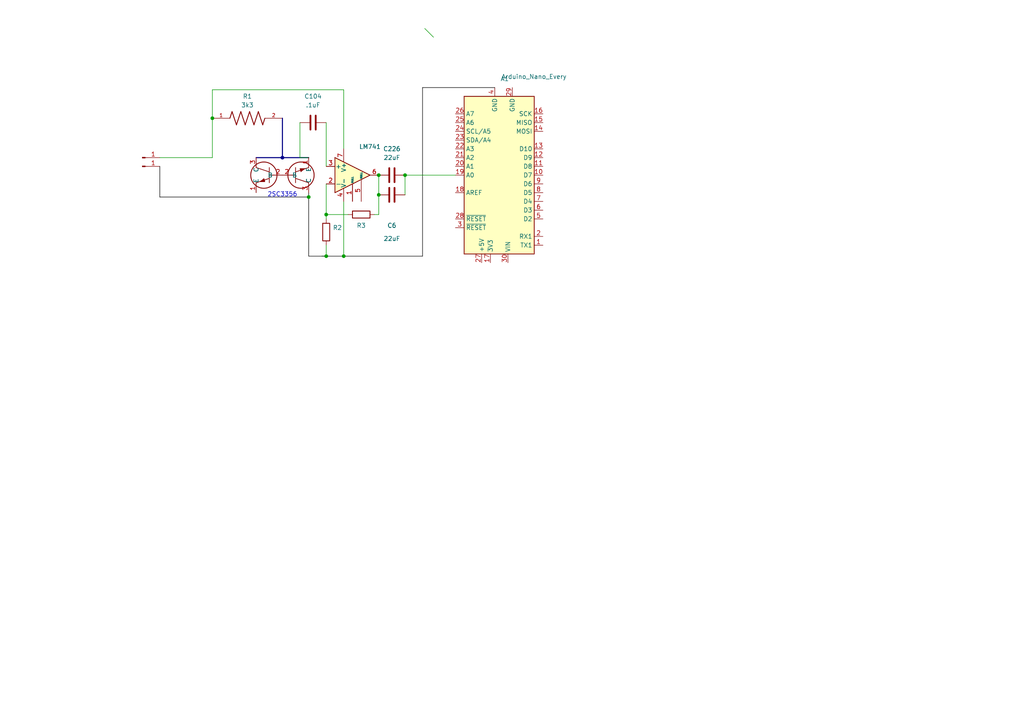
<source format=kicad_sch>
(kicad_sch (version 20231120) (generator "eeschema") (generator_version "8.0")
  (paper "A4")
  (lib_symbols
    (symbol "2024-08-01_13-32-15:2SC3356" (pin_names (offset 0.254))
      (property "Reference" "Q" (at 10.16 2.54 0))
      (property "Value" "2SC3356" (at 10.16 -2.54 0))
      (symbol "2SC3356_0_1"
        (polyline (pts (xy 2.54 0) (xy 3.81 0)) (stroke (width 0.2032)))
        (polyline (pts (xy 3.81 -2.2098) (xy 3.81 2.2098)) (stroke (width 0.2032)))
        (polyline (pts (xy 3.81 -0.9398) (xy 7.62 -2.2098)) (stroke (width 0.2032)))
        (polyline (pts (xy 3.81 0.9398) (xy 7.62 2.2098)) (stroke (width 0.2032)))
        (polyline (pts (xy 7.62 -2.54) (xy 7.62 -2.2098)) (stroke (width 0.2032)))
        (polyline (pts (xy 7.62 2.2098) (xy 7.62 2.54)) (stroke (width 0.2032)))
        (polyline (pts (xy 5.3848 -0.9398) (xy 5.08 -1.905) (xy 6.6548 -1.905)) (fill (type outline)))
        (circle (center 5.3848 0) (radius 3.81) (stroke (width 0.254)))
        (pin unspecified line (at 7.62 -5.08 90) (length 2.54) (name "E") (number "1"))
        (pin unspecified line (at 0 0 0) (length 2.54) (name "B") (number "2"))
        (pin unspecified line (at 7.62 5.08 270) (length 2.54) (name "C") (number "3"))
      )
    )
    (symbol "Amplifier_Operational:LM741" (pin_names (offset 0.127))
      (property "Reference" "U" (at 0 6.35 0))
      (property "Value" "LM741" (at 0 3.81 0))
      (symbol "LM741_0_1"
        (polyline (pts (xy -5.08 5.08) (xy 5.08 0) (xy -5.08 -5.08) (xy -5.08 5.08)) (stroke (width 0.254)) (fill (type background)))
      )
      (symbol "LM741_1_1"
        (pin input line (at 0 -7.62 90) (length 5.08) (name "NULL") (number "1"))
        (pin input line (at -7.62 -2.54 0) (length 2.54) (name "-") (number "2"))
        (pin input line (at -7.62 2.54 0) (length 2.54) (name "+") (number "3"))
        (pin power_in line (at -2.54 -7.62 90) (length 3.81) (name "V-") (number "4"))
        (pin input line (at 2.54 -7.62 90) (length 6.35) (name "NULL") (number "5"))
        (pin output line (at 7.62 0 180) (length 2.54) (name "~") (number "6"))
        (pin power_in line (at -2.54 7.62 270) (length 3.81) (name "V+") (number "7"))
        (pin no_connect line (at 0 2.54 270) (length 2.54) hide (name "NC") (number "8"))
      )
    )
    (symbol "Connector:Conn_01x01_Pin" (pin_names (offset 1.016) hide)
      (property "Reference" "J" (at 0 2.54 0))
      (property "Value" "Conn_01x01_Pin" (at 0 -2.54 0))
      (symbol "Conn_01x01_Pin_1_1"
        (polyline (pts (xy 1.27 0) (xy 0.8636 0)) (stroke (width 0.1524)))
        (rectangle (start 0.8636 0.127) (end 0 -0.127) (stroke (width 0.1524)) (fill (type outline)))
        (pin passive line (at 5.08 0 180) (length 3.81) (name "Pin_1") (number "1"))
      )
    )
    (symbol "Device:C" (pin_numbers hide) (pin_names (offset 0.254))
      (property "Reference" "C" (at 0.635 2.54 0))
      (property "Value" "C" (at 0.635 -2.54 0))
      (symbol "C_0_1"
        (polyline (pts (xy -2.032 -0.762) (xy 2.032 -0.762)) (stroke (width 0.508)))
        (polyline (pts (xy -2.032 0.762) (xy 2.032 0.762)) (stroke (width 0.508)))
      )
      (symbol "C_1_1"
        (pin passive line (at 0 3.81 270) (length 2.794) (name "~") (number "1"))
        (pin passive line (at 0 -3.81 90) (length 2.794) (name "~") (number "2"))
      )
    )
    (symbol "Device:R" (pin_numbers hide) (pin_names (offset 0))
      (property "Reference" "R" (at 2.032 0 90))
      (property "Value" "R" (at 0 0 90))
      (symbol "R_0_1"
        (rectangle (start -1.016 -2.54) (end 1.016 2.54) (stroke (width 0.254)))
      )
      (symbol "R_1_1"
        (pin passive line (at 0 3.81 270) (length 1.27) (name "~") (number "1"))
        (pin passive line (at 0 -3.81 90) (length 1.27) (name "~") (number "2"))
      )
    )
    (symbol "MCU_Module:Arduino_Nano_Every"
      (property "Reference" "A1" (at -0.3459 -27.94 0))
      (property "Value" "Arduino_Nano_Every" (at -0.3459 -25.4 0))
      (symbol "Arduino_Nano_Every_0_1"
        (rectangle (start -10.16 22.86) (end 10.16 -22.86) (stroke (width 0.254)) (fill (type background)))
      )
      (symbol "Arduino_Nano_Every_1_1"
        (pin bidirectional line (at -12.7 20.32 0) (length 2.54) (name "TX1") (number "1"))
        (pin bidirectional line (at -12.7 0 0) (length 2.54) (name "D7") (number "10"))
        (pin bidirectional line (at -12.7 -2.54 0) (length 2.54) (name "D8") (number "11"))
        (pin bidirectional line (at -12.7 -5.08 0) (length 2.54) (name "D9") (number "12"))
        (pin bidirectional line (at -12.7 -7.62 0) (length 2.54) (name "D10") (number "13"))
        (pin bidirectional line (at -12.7 -12.7 0) (length 2.54) (name "MOSI") (number "14"))
        (pin bidirectional line (at -12.7 -15.24 0) (length 2.54) (name "MISO") (number "15"))
        (pin bidirectional line (at -12.7 -17.78 0) (length 2.54) (name "SCK") (number "16"))
        (pin power_out line (at 2.54 25.4 270) (length 2.54) (name "3V3") (number "17"))
        (pin input line (at 12.7 5.08 180) (length 2.54) (name "AREF") (number "18"))
        (pin bidirectional line (at 12.7 0 180) (length 2.54) (name "A0") (number "19"))
        (pin bidirectional line (at -12.7 17.78 0) (length 2.54) (name "RX1") (number "2"))
        (pin bidirectional line (at 12.7 -2.54 180) (length 2.54) (name "A1") (number "20"))
        (pin bidirectional line (at 12.7 -5.08 180) (length 2.54) (name "A2") (number "21"))
        (pin bidirectional line (at 12.7 -7.62 180) (length 2.54) (name "A3") (number "22"))
        (pin bidirectional line (at 12.7 -10.16 180) (length 2.54) (name "SDA/A4") (number "23"))
        (pin bidirectional line (at 12.7 -12.7 180) (length 2.54) (name "SCL/A5") (number "24"))
        (pin bidirectional line (at 12.7 -15.24 180) (length 2.54) (name "A6") (number "25"))
        (pin bidirectional line (at 12.7 -17.78 180) (length 2.54) (name "A7") (number "26"))
        (pin power_out line (at 5.08 25.4 270) (length 2.54) (name "+5V") (number "27"))
        (pin input line (at 12.7 12.7 180) (length 2.54) (name "~{RESET}") (number "28"))
        (pin passive line (at -3.81 -25.4 90) (length 2.54) (name "GND") (number "29"))
        (pin input line (at 12.7 15.24 180) (length 2.54) (name "~{RESET}") (number "3"))
        (pin power_in line (at -2.54 25.4 270) (length 2.54) (name "VIN") (number "30"))
        (pin power_in line (at 1.27 -25.4 90) (length 2.54) (name "GND") (number "4"))
        (pin bidirectional line (at -12.7 12.7 0) (length 2.54) (name "D2") (number "5"))
        (pin bidirectional line (at -12.7 10.16 0) (length 2.54) (name "D3") (number "6"))
        (pin bidirectional line (at -12.7 7.62 0) (length 2.54) (name "D4") (number "7"))
        (pin bidirectional line (at -12.7 5.08 0) (length 2.54) (name "D5") (number "8"))
        (pin bidirectional line (at -12.7 2.54 0) (length 2.54) (name "D6") (number "9"))
      )
    )
    (symbol "RC1206JR-0713RL:RC1206JR-0713RL" (pin_names (offset 1.016))
      (property "Reference" "R" (at -7.6244 2.5415 0))
      (property "Value" "RC1206JR-0713RL" (at -7.63 -5.0866 0))
      (symbol "RC1206JR-0713RL_0_0"
        (polyline (pts (xy -5.08 0) (xy -4.445 1.905)) (stroke (width 0.254)))
        (polyline (pts (xy -4.445 1.905) (xy -3.175 -1.905)) (stroke (width 0.254)))
        (polyline (pts (xy -3.175 -1.905) (xy -1.905 1.905)) (stroke (width 0.254)))
        (polyline (pts (xy -1.905 1.905) (xy -0.635 -1.905)) (stroke (width 0.254)))
        (polyline (pts (xy -0.635 -1.905) (xy 0.635 1.905)) (stroke (width 0.254)))
        (polyline (pts (xy 0.635 1.905) (xy 1.905 -1.905)) (stroke (width 0.254)))
        (polyline (pts (xy 1.905 -1.905) (xy 3.175 1.905)) (stroke (width 0.254)))
        (polyline (pts (xy 3.175 1.905) (xy 4.445 -1.905)) (stroke (width 0.254)))
        (polyline (pts (xy 4.445 -1.905) (xy 5.08 0)) (stroke (width 0.254)))
        (pin passive line (at -10.16 0 0) (length 5.08) (name "~") (number "1"))
        (pin passive line (at 10.16 0 180) (length 5.08) (name "~") (number "2"))
      )
    )
  )
  (junction (at 94.615 62.23))
  (junction (at 109.855 56.515))
  (junction (at 61.595 34.29))
  (junction (at 89.535 57.15))
  (junction (at 109.855 50.8))
  (junction (at 99.695 74.295))
  (junction (at 94.615 74.295))
  (junction (at 117.475 50.8))
  (junction (at 81.915 45.72))
  (bus_entry (at 123.19 8.255) (size 2.54 2.54))
  (wire (pts (xy 86.995 35.56) (xy 86.995 45.72)))
  (wire (pts (xy 122.555 25.4) (xy 122.555 74.295)) (stroke (width 0) (color 0 0 0 1)))
  (wire (pts (xy 94.615 35.56) (xy 94.615 48.26)))
  (wire (pts (xy 94.615 62.23) (xy 94.615 63.5)))
  (wire (pts (xy 122.555 25.4) (xy 143.51 25.4)) (stroke (width 0) (color 0 0 0 1)))
  (wire (pts (xy 61.595 45.72) (xy 61.595 34.29)))
  (wire (pts (xy 94.615 71.12) (xy 94.615 74.295)))
  (wire (pts (xy 89.535 55.88) (xy 89.535 57.15)) (stroke (width 0) (color 0 0 0 1)))
  (wire (pts (xy 94.615 53.34) (xy 94.615 62.23)))
  (wire (pts (xy 109.855 50.8) (xy 109.855 56.515)))
  (wire (pts (xy 89.535 57.15) (xy 89.535 74.295)) (stroke (width 0) (color 0 0 0 1)))
  (wire (pts (xy 61.595 26.035) (xy 61.595 34.29)))
  (bus (pts (xy 81.915 45.72) (xy 89.535 45.72)))
  (wire (pts (xy 89.535 57.15) (xy 46.355 57.15)) (stroke (width 0) (color 0 0 0 1)))
  (wire (pts (xy 94.615 74.295) (xy 99.695 74.295)) (stroke (width 0) (color 0 0 0 1)))
  (wire (pts (xy 86.995 45.72) (xy 89.535 45.72)))
  (wire (pts (xy 94.615 74.295) (xy 93.345 74.295)))
  (bus (pts (xy 74.295 45.72) (xy 81.915 45.72)))
  (wire (pts (xy 109.855 62.23) (xy 108.585 62.23)))
  (bus (pts (xy 81.915 45.72) (xy 81.915 34.29)))
  (wire (pts (xy 99.695 74.295) (xy 122.555 74.295)) (stroke (width 0) (color 0 0 0 1)))
  (wire (pts (xy 99.695 58.42) (xy 99.695 74.295)))
  (wire (pts (xy 100.965 62.23) (xy 94.615 62.23)))
  (wire (pts (xy 46.355 45.72) (xy 61.595 45.72)))
  (wire (pts (xy 109.855 56.515) (xy 109.855 62.23)))
  (wire (pts (xy 117.475 50.8) (xy 117.475 56.515)))
  (wire (pts (xy 89.535 74.295) (xy 94.615 74.295)) (stroke (width 0) (color 0 0 0 1)))
  (wire (pts (xy 46.355 57.15) (xy 46.355 48.26)) (stroke (width 0) (color 0 0 0 1)))
  (wire (pts (xy 99.695 26.035) (xy 61.595 26.035)))
  (wire (pts (xy 99.695 43.18) (xy 99.695 26.035)))
  (wire (pts (xy 132.08 50.8) (xy 117.475 50.8)))
  (text "2SC3356" (at 81.915 56.515 0) (effects (font (size 1.27 1.27))))
  (symbol (lib_id "Device:C") (at 90.805 35.56 90) (unit 1)
    (property "Reference" "C104" (at 90.805 27.94 90))
    (property "Value" ".1uF" (at 90.805 30.48 90))
    (property "Footprint" "Capacitor_SMD:C_0504_1310Metric_Pad0.83x1.28mm_HandSolder" (effects (hide yes)))
    (property "Description" "Unpolarized capacitor" (effects (hide yes)))
  )
  (symbol (lib_id "Amplifier_Operational:LM741") (at 102.235 50.8 0) (unit 1)
    (property "Reference" "U2" (effects (hide yes)))
    (property "Value" "LM741" (at 107.315 42.545 0))
    (property "Footprint" "LM386:LM386_custom" (effects (hide yes)))
    (property "Datasheet" "http://www.ti.com/lit/ds/symlink/lm741.pdf" (effects (hide yes)))
    (property "Description" "Operational Amplifier, DIP-8/TO-99-8" (effects (hide yes)))
  )
  (symbol (lib_id "Device:R") (at 104.775 62.23 90) (unit 1)
    (property "Reference" "R3" (at 104.775 65.405 90))
    (property "Value" "R" (effects (hide yes)))
    (property "Footprint" "1206:RESC3116X65N" (effects (hide yes)))
    (property "Description" "Resistor" (effects (hide yes)))
  )
  (symbol (lib_id "Device:C") (at 113.665 50.8 90) (unit 1)
    (property "Reference" "C226" (at 113.665 43.18 90))
    (property "Value" "22uF" (at 113.665 45.72 90))
    (property "Footprint" "Capacitor_SMD:C_0504_1310Metric_Pad0.83x1.28mm_HandSolder" (effects (hide yes)))
    (property "Description" "Unpolarized capacitor" (effects (hide yes)))
  )
  (symbol (lib_id "Connector:Conn_01x01_Pin") (at 41.275 48.26 0) (unit 1)
    (property "Reference" "J3" (effects (hide yes)))
    (property "Value" "Conn_01x01_Pin" (effects (hide yes)))
    (property "Footprint" "Connector_PinHeader_2.54mm:PinHeader_1x01_P2.54mm_Vertical" (effects (hide yes)))
    (property "Description" "Generic connector, single row, 01x01, script generated" (effects (hide yes)))
  )
  (symbol (lib_id "RC1206JR-0713RL:RC1206JR-0713RL") (at 71.755 34.29 0) (unit 1)
    (property "Reference" "R1" (at 71.755 27.94 0))
    (property "Value" "3k3" (at 71.755 30.48 0))
    (property "Footprint" "1206:RESC3116X65N" (effects (hide yes)))
    (property "MF" "Yageo" (effects (hide yes)))
    (property "Description_1" "\n13 Ohms ±5% 0.25W, 1/4W Chip Resistor 1206 (3216 Metric) Moisture Resistant Thick Film\n" (effects (hide yes)))
    (property "Package" "3116 Yageo" (effects (hide yes)))
    (property "Price" "None" (effects (hide yes)))
    (property "SnapEDA_Link" "https://www.snapeda.com/parts/RC1206JR-0713RL/Yageo/view-part/?ref=snap" (effects (hide yes)))
    (property "MP" "RC1206JR-0713RL" (effects (hide yes)))
    (property "Purchase-URL" "https://www.snapeda.com/api/url_track_click_mouser/?unipart_id=105893&manufacturer=Yageo&part_name=RC1206JR-0713RL&search_term=None" (effects (hide yes)))
    (property "Availability" "In Stock" (effects (hide yes)))
    (property "Check_prices" "https://www.snapeda.com/parts/RC1206JR-0713RL/Yageo/view-part/?ref=eda" (effects (hide yes)))
  )
  (symbol (lib_id "MCU_Module:Arduino_Nano_Every") (at 144.78 50.8 180) (unit 1)
    (property "Reference" "A1" (at 145.1259 22.86 0) (effects (justify right)))
    (property "Value" "Arduino_Nano_Every" (at 145.415 22.225 0) (effects (justify right)))
    (property "Footprint" "Module:Arduino_Nano" (effects (hide yes)))
    (property "Datasheet" "https://content.arduino.cc/assets/NANOEveryV3.0_sch.pdf" (effects (hide yes)))
    (property "Description" "Arduino Nano Every" (effects (hide yes)))
  )
  (symbol (lib_id "Device:R") (at 94.615 67.31 0) (unit 1)
    (property "Reference" "R2" (at 96.52 66.0399 0) (effects (justify left)))
    (property "Value" "R" (effects (hide yes)))
    (property "Footprint" "1206:RESC3116X65N" (effects (hide yes)))
    (property "Description" "Resistor" (effects (hide yes)))
  )
  (symbol (lib_id "2024-08-01_13-32-15:2SC3356") (at 81.915 50.8 0) (mirror y) (unit 1)
    (property "Reference" "Q1" (effects (hide yes)))
    (property "Value" "2SC3356" (effects (hide yes)))
    (property "Footprint" "2SC3356:SOT-23_MINIMOLD_REN" (effects (hide yes)))
    (property "Datasheet" "2SC3356" (effects (hide yes)))
  )
  (symbol (lib_id "2024-08-01_13-32-15:2SC3356") (at 81.915 50.8 0) (mirror x) (unit 1)
    (property "Reference" "Q3" (effects (hide yes)))
    (property "Value" "2SC3356" (effects (hide yes)))
    (property "Footprint" "2SC3356:SOT-23_MINIMOLD_REN" (effects (hide yes)))
    (property "Datasheet" "2SC3356" (effects (hide yes)))
  )
  (symbol (lib_id "Device:C") (at 113.665 56.515 90) (unit 1)
    (property "Reference" "C6" (at 113.665 65.405 90))
    (property "Value" "22uF" (at 113.665 69.215 90))
    (property "Footprint" "Capacitor_SMD:C_0504_1310Metric_Pad0.83x1.28mm_HandSolder" (effects (hide yes)))
    (property "Description" "Unpolarized capacitor" (effects (hide yes)))
  )
  (symbol (lib_id "Connector:Conn_01x01_Pin") (at 41.275 45.72 0) (unit 1)
    (property "Reference" "+9V1" (effects (hide yes)))
    (property "Value" "Conn_01x01_Pin" (effects (hide yes)))
    (property "Footprint" "Connector_PinHeader_2.54mm:PinHeader_1x01_P2.54mm_Vertical" (effects (hide yes)))
    (property "Description" "Generic connector, single row, 01x01, script generated" (effects (hide yes)))
  )
)
</source>
